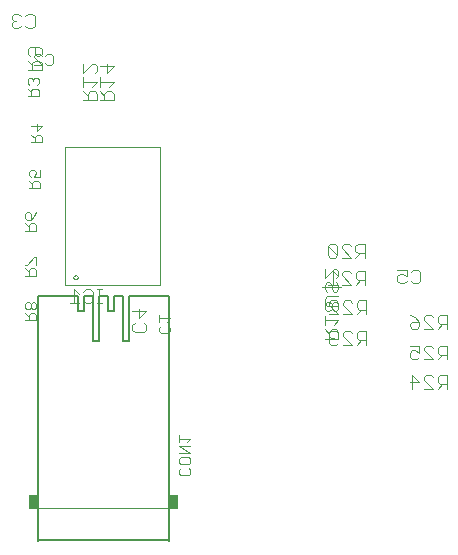
<source format=gbr>
G75*
G70*
%OFA0B0*%
%FSLAX24Y24*%
%IPPOS*%
%LPD*%
%AMOC8*
5,1,8,0,0,1.08239X$1,22.5*
%
%ADD10C,0.0080*%
%ADD11C,0.0020*%
%ADD12R,0.0350X0.0450*%
%ADD13R,0.0300X0.0450*%
%ADD14C,0.0030*%
%ADD15C,0.0030*%
%ADD16C,0.0040*%
D10*
X005750Y000149D02*
X005750Y008302D01*
X007083Y008302D01*
X007083Y007804D01*
X007283Y007804D01*
X007283Y008304D01*
X007583Y008304D01*
X007583Y006804D01*
X007783Y006804D01*
X007783Y008304D01*
X008083Y008304D01*
X008083Y007804D01*
X008283Y007804D01*
X008283Y008304D01*
X008583Y008304D01*
X008583Y006804D01*
X008783Y006804D01*
X008783Y008302D01*
X008783Y008304D01*
X008783Y008302D02*
X010117Y008302D01*
X010117Y000149D01*
X010083Y000154D02*
X005783Y000154D01*
X007083Y008302D02*
X007083Y008304D01*
D11*
X005758Y001229D02*
X010108Y001229D01*
D12*
X005608Y001429D03*
D13*
X010283Y001429D03*
D14*
X010510Y002319D02*
X010448Y002380D01*
X010448Y002504D01*
X010510Y002565D01*
X010510Y002687D02*
X010448Y002749D01*
X010448Y002872D01*
X010510Y002934D01*
X010757Y002934D01*
X010819Y002872D01*
X010819Y002749D01*
X010757Y002687D01*
X010510Y002687D01*
X010757Y002565D02*
X010819Y002504D01*
X010819Y002380D01*
X010757Y002319D01*
X010510Y002319D01*
X010448Y003055D02*
X010819Y003055D01*
X010448Y003302D01*
X010819Y003302D01*
X010695Y003424D02*
X010819Y003547D01*
X010448Y003547D01*
X010448Y003424D02*
X010448Y003670D01*
X010083Y007061D02*
X009837Y007061D01*
X009775Y007122D01*
X009775Y007246D01*
X009837Y007308D01*
X009775Y007429D02*
X009775Y007676D01*
X009775Y007552D02*
X010145Y007552D01*
X010022Y007429D01*
X010083Y007308D02*
X010145Y007246D01*
X010145Y007122D01*
X010083Y007061D01*
X005679Y007487D02*
X005679Y007672D01*
X005617Y007734D01*
X005493Y007734D01*
X005432Y007672D01*
X005432Y007487D01*
X005432Y007610D02*
X005308Y007734D01*
X005370Y007855D02*
X005432Y007855D01*
X005493Y007917D01*
X005493Y008040D01*
X005432Y008102D01*
X005370Y008102D01*
X005308Y008040D01*
X005308Y007917D01*
X005370Y007855D01*
X005493Y007917D02*
X005555Y007855D01*
X005617Y007855D01*
X005679Y007917D01*
X005679Y008040D01*
X005617Y008102D01*
X005555Y008102D01*
X005493Y008040D01*
X005308Y007487D02*
X005679Y007487D01*
X005679Y008983D02*
X005308Y008983D01*
X005432Y008983D02*
X005432Y009168D01*
X005493Y009230D01*
X005617Y009230D01*
X005679Y009168D01*
X005679Y008983D01*
X005432Y009106D02*
X005308Y009230D01*
X005308Y009351D02*
X005370Y009351D01*
X005617Y009598D01*
X005679Y009598D01*
X005679Y009351D01*
X005679Y010479D02*
X005308Y010479D01*
X005432Y010479D02*
X005432Y010664D01*
X005493Y010726D01*
X005617Y010726D01*
X005679Y010664D01*
X005679Y010479D01*
X005432Y010602D02*
X005308Y010726D01*
X005370Y010847D02*
X005308Y010909D01*
X005308Y011032D01*
X005370Y011094D01*
X005432Y011094D01*
X005493Y011032D01*
X005493Y010847D01*
X005370Y010847D01*
X005493Y010847D02*
X005617Y010971D01*
X005679Y011094D01*
X005797Y011896D02*
X005426Y011896D01*
X005550Y011896D02*
X005550Y012081D01*
X005612Y012143D01*
X005735Y012143D01*
X005797Y012081D01*
X005797Y011896D01*
X005550Y012020D02*
X005426Y012143D01*
X005488Y012264D02*
X005426Y012326D01*
X005426Y012450D01*
X005488Y012511D01*
X005612Y012511D01*
X005673Y012450D01*
X005673Y012388D01*
X005612Y012264D01*
X005797Y012264D01*
X005797Y012511D01*
X005875Y013432D02*
X005505Y013432D01*
X005629Y013432D02*
X005629Y013617D01*
X005690Y013678D01*
X005814Y013678D01*
X005875Y013617D01*
X005875Y013432D01*
X005629Y013555D02*
X005505Y013678D01*
X005690Y013800D02*
X005690Y014047D01*
X005505Y013985D02*
X005875Y013985D01*
X005690Y013800D01*
X005757Y014967D02*
X005387Y014967D01*
X005510Y014967D02*
X005510Y015152D01*
X005572Y015214D01*
X005696Y015214D01*
X005757Y015152D01*
X005757Y014967D01*
X005510Y015090D02*
X005387Y015214D01*
X005449Y015335D02*
X005387Y015397D01*
X005387Y015521D01*
X005449Y015582D01*
X005510Y015582D01*
X005572Y015521D01*
X005572Y015459D01*
X005572Y015521D02*
X005634Y015582D01*
X005696Y015582D01*
X005757Y015521D01*
X005757Y015397D01*
X005696Y015335D01*
X005612Y016006D02*
X005859Y016006D01*
X005612Y016253D01*
X005612Y016315D01*
X005674Y016376D01*
X005798Y016376D01*
X005859Y016315D01*
X005981Y016315D02*
X006042Y016376D01*
X006166Y016376D01*
X006228Y016315D01*
X006228Y016068D01*
X006166Y016006D01*
X006042Y016006D01*
X005981Y016068D01*
D15*
X006652Y013271D02*
X006652Y008668D01*
X009813Y008668D01*
X009813Y013271D01*
X006652Y013271D01*
X006919Y008932D02*
X006941Y008985D01*
X006994Y009007D01*
X007047Y008985D01*
X007069Y008932D01*
X007047Y008879D01*
X006994Y008857D01*
X006941Y008879D01*
X006919Y008932D01*
D16*
X006939Y008526D02*
X006939Y008066D01*
X007092Y008066D02*
X006786Y008066D01*
X007092Y008373D02*
X006939Y008526D01*
X007246Y008450D02*
X007323Y008526D01*
X007476Y008526D01*
X007553Y008450D01*
X007553Y008143D01*
X007476Y008066D01*
X007323Y008066D01*
X007246Y008143D01*
X007706Y008066D02*
X007860Y008066D01*
X007783Y008066D02*
X007783Y008526D01*
X007860Y008526D02*
X007706Y008526D01*
X008885Y007797D02*
X009345Y007797D01*
X009115Y007566D01*
X009115Y007873D01*
X009268Y007413D02*
X009345Y007336D01*
X009345Y007183D01*
X009268Y007106D01*
X008961Y007106D01*
X008885Y007183D01*
X008885Y007336D01*
X008961Y007413D01*
X015215Y008599D02*
X015829Y008599D01*
X015863Y008682D02*
X016170Y008682D01*
X015863Y008989D01*
X015863Y009066D01*
X015939Y009143D01*
X016093Y009143D01*
X016170Y009066D01*
X016323Y009066D02*
X016323Y008912D01*
X016400Y008836D01*
X016630Y008836D01*
X016477Y008836D02*
X016323Y008682D01*
X016630Y008682D02*
X016630Y009143D01*
X016400Y009143D01*
X016323Y009066D01*
X015752Y009136D02*
X015752Y008983D01*
X015676Y008906D01*
X015709Y008989D02*
X015556Y009143D01*
X015556Y008682D01*
X015522Y008676D02*
X015522Y008522D01*
X015599Y008446D01*
X015676Y008446D01*
X015752Y008522D01*
X015752Y008676D01*
X015676Y008753D01*
X015709Y008682D02*
X015402Y008682D01*
X015369Y008753D02*
X015292Y008676D01*
X015292Y008522D01*
X015369Y008446D01*
X015369Y008292D02*
X015752Y008292D01*
X015672Y008158D02*
X015749Y008082D01*
X015752Y008034D02*
X015676Y008111D01*
X015599Y008111D01*
X015522Y008034D01*
X015522Y007880D01*
X015599Y007804D01*
X015676Y007804D01*
X015752Y007880D01*
X015752Y008034D01*
X015752Y007985D02*
X015369Y007985D01*
X015292Y008062D01*
X015292Y008216D01*
X015369Y008292D01*
X015369Y008111D02*
X015292Y008034D01*
X015292Y007880D01*
X015369Y007804D01*
X015445Y007804D01*
X015522Y007880D01*
X015442Y008005D02*
X015749Y007698D01*
X015442Y007698D01*
X015292Y007650D02*
X015292Y007343D01*
X015292Y007190D02*
X015445Y007036D01*
X015442Y007058D02*
X015442Y006981D01*
X015519Y006905D01*
X015442Y006828D01*
X015442Y006751D01*
X015519Y006674D01*
X015672Y006674D01*
X015749Y006751D01*
X015752Y006883D02*
X015752Y007113D01*
X015676Y007190D01*
X015522Y007190D01*
X015445Y007113D01*
X015445Y006883D01*
X015519Y006905D02*
X015595Y006905D01*
X015752Y006883D02*
X015292Y006883D01*
X015442Y007058D02*
X015519Y007135D01*
X015672Y007135D01*
X015749Y007058D01*
X015902Y007058D02*
X015979Y007135D01*
X016132Y007135D01*
X016209Y007058D01*
X016362Y007058D02*
X016439Y007135D01*
X016669Y007135D01*
X016669Y006674D01*
X016669Y006828D02*
X016439Y006828D01*
X016362Y006905D01*
X016362Y007058D01*
X016516Y006828D02*
X016362Y006674D01*
X016209Y006674D02*
X015902Y006981D01*
X015902Y007058D01*
X015902Y006674D02*
X016209Y006674D01*
X015599Y007343D02*
X015752Y007497D01*
X015292Y007497D01*
X015442Y008005D02*
X015442Y008082D01*
X015519Y008158D01*
X015672Y008158D01*
X015522Y008034D02*
X015445Y008111D01*
X015369Y008111D01*
X015902Y008082D02*
X015979Y008158D01*
X016132Y008158D01*
X016209Y008082D01*
X016362Y008082D02*
X016362Y007928D01*
X016439Y007851D01*
X016669Y007851D01*
X016669Y007698D02*
X016669Y008158D01*
X016439Y008158D01*
X016362Y008082D01*
X016516Y007851D02*
X016362Y007698D01*
X016209Y007698D02*
X015902Y008005D01*
X015902Y008082D01*
X015902Y007698D02*
X016209Y007698D01*
X015522Y008676D02*
X015445Y008753D01*
X015369Y008753D01*
X015292Y008906D02*
X015599Y009213D01*
X015676Y009213D01*
X015752Y009136D01*
X015859Y009584D02*
X016166Y009584D01*
X015859Y009891D01*
X015859Y009967D01*
X015936Y010044D01*
X016089Y010044D01*
X016166Y009967D01*
X016319Y009967D02*
X016319Y009814D01*
X016396Y009737D01*
X016626Y009737D01*
X016626Y009584D02*
X016626Y010044D01*
X016396Y010044D01*
X016319Y009967D01*
X016473Y009737D02*
X016319Y009584D01*
X015705Y009661D02*
X015705Y009967D01*
X015629Y010044D01*
X015475Y010044D01*
X015398Y009967D01*
X015705Y009661D01*
X015629Y009584D01*
X015475Y009584D01*
X015398Y009661D01*
X015398Y009967D01*
X015292Y009213D02*
X015292Y008906D01*
X017713Y008952D02*
X017713Y008798D01*
X017790Y008722D01*
X017943Y008722D01*
X018020Y008798D01*
X018174Y008798D02*
X018250Y008722D01*
X018404Y008722D01*
X018480Y008798D01*
X018480Y009105D01*
X018404Y009182D01*
X018250Y009182D01*
X018174Y009105D01*
X018020Y009182D02*
X018020Y008952D01*
X017867Y009029D01*
X017790Y009029D01*
X017713Y008952D01*
X017713Y009182D02*
X018020Y009182D01*
X018134Y007670D02*
X018287Y007593D01*
X018441Y007440D01*
X018211Y007440D01*
X018134Y007363D01*
X018134Y007287D01*
X018211Y007210D01*
X018364Y007210D01*
X018441Y007287D01*
X018441Y007440D01*
X018594Y007517D02*
X018594Y007593D01*
X018671Y007670D01*
X018824Y007670D01*
X018901Y007593D01*
X019055Y007593D02*
X019055Y007440D01*
X019131Y007363D01*
X019362Y007363D01*
X019362Y007210D02*
X019362Y007670D01*
X019131Y007670D01*
X019055Y007593D01*
X019208Y007363D02*
X019055Y007210D01*
X018901Y007210D02*
X018594Y007517D01*
X018594Y007210D02*
X018901Y007210D01*
X018824Y006647D02*
X018901Y006570D01*
X018824Y006647D02*
X018671Y006647D01*
X018594Y006570D01*
X018594Y006493D01*
X018901Y006186D01*
X018594Y006186D01*
X018441Y006263D02*
X018364Y006186D01*
X018211Y006186D01*
X018134Y006263D01*
X018134Y006416D01*
X018211Y006493D01*
X018287Y006493D01*
X018441Y006416D01*
X018441Y006647D01*
X018134Y006647D01*
X018211Y005662D02*
X018441Y005432D01*
X018134Y005432D01*
X018211Y005202D02*
X018211Y005662D01*
X018594Y005586D02*
X018671Y005662D01*
X018824Y005662D01*
X018901Y005586D01*
X019055Y005586D02*
X019055Y005432D01*
X019131Y005355D01*
X019362Y005355D01*
X019362Y005202D02*
X019362Y005662D01*
X019131Y005662D01*
X019055Y005586D01*
X019208Y005355D02*
X019055Y005202D01*
X018901Y005202D02*
X018594Y005509D01*
X018594Y005586D01*
X018594Y005202D02*
X018901Y005202D01*
X019055Y006186D02*
X019208Y006340D01*
X019131Y006340D02*
X019362Y006340D01*
X019362Y006186D02*
X019362Y006647D01*
X019131Y006647D01*
X019055Y006570D01*
X019055Y006416D01*
X019131Y006340D01*
X008256Y014821D02*
X008256Y015051D01*
X008180Y015128D01*
X008026Y015128D01*
X007949Y015051D01*
X007949Y014821D01*
X007796Y014821D02*
X008256Y014821D01*
X007949Y014974D02*
X007796Y015128D01*
X007705Y015051D02*
X007628Y015128D01*
X007475Y015128D01*
X007398Y015051D01*
X007398Y014821D01*
X007245Y014821D02*
X007705Y014821D01*
X007705Y015051D01*
X007796Y015281D02*
X007796Y015588D01*
X007796Y015435D02*
X008256Y015435D01*
X008103Y015281D01*
X007705Y015435D02*
X007245Y015435D01*
X007245Y015588D02*
X007245Y015281D01*
X007245Y015128D02*
X007398Y014974D01*
X007552Y015281D02*
X007705Y015435D01*
X007628Y015742D02*
X007705Y015818D01*
X007705Y015972D01*
X007628Y016048D01*
X007552Y016048D01*
X007245Y015742D01*
X007245Y016048D01*
X007796Y015972D02*
X008256Y015972D01*
X008026Y015742D01*
X008026Y016048D01*
X005855Y016063D02*
X005855Y015832D01*
X005394Y015832D01*
X005548Y015832D02*
X005548Y016063D01*
X005625Y016139D01*
X005778Y016139D01*
X005855Y016063D01*
X005778Y016293D02*
X005701Y016293D01*
X005625Y016369D01*
X005625Y016600D01*
X005778Y016600D02*
X005855Y016523D01*
X005855Y016369D01*
X005778Y016293D01*
X005471Y016293D02*
X005394Y016369D01*
X005394Y016523D01*
X005471Y016600D01*
X005778Y016600D01*
X005394Y016139D02*
X005548Y015986D01*
X005543Y017239D02*
X005390Y017239D01*
X005313Y017316D01*
X005160Y017316D02*
X005083Y017239D01*
X004930Y017239D01*
X004853Y017316D01*
X004853Y017393D01*
X004930Y017470D01*
X005006Y017470D01*
X004930Y017470D02*
X004853Y017546D01*
X004853Y017623D01*
X004930Y017700D01*
X005083Y017700D01*
X005160Y017623D01*
X005313Y017623D02*
X005390Y017700D01*
X005543Y017700D01*
X005620Y017623D01*
X005620Y017316D01*
X005543Y017239D01*
M02*

</source>
